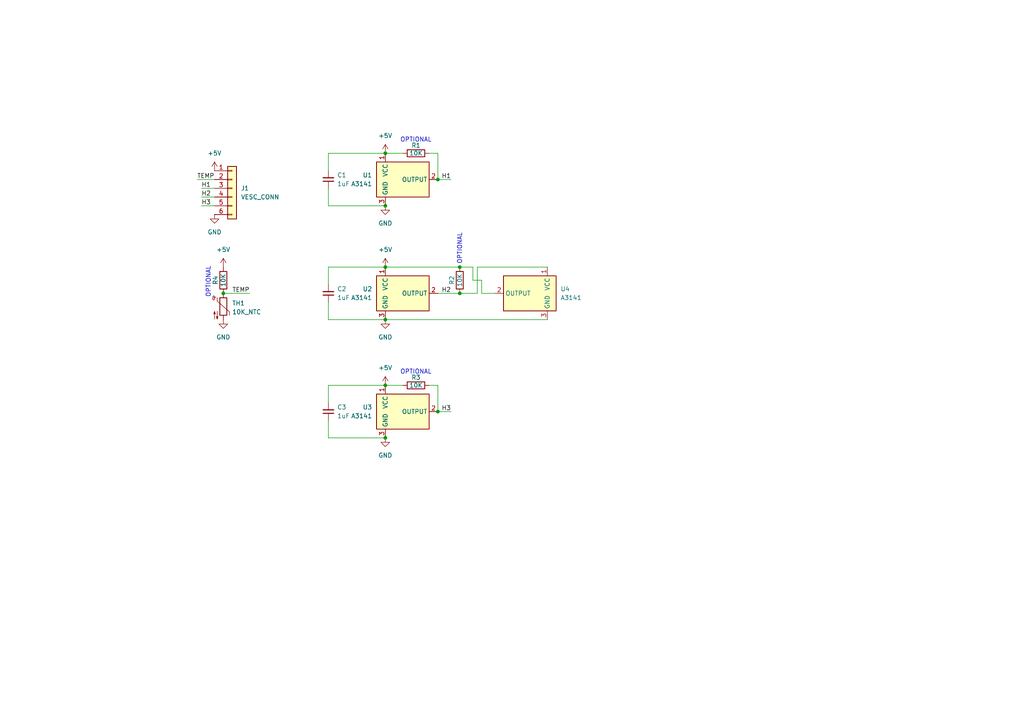
<source format=kicad_sch>
(kicad_sch (version 20231120) (generator "eeschema") (generator_version "8.0")
  (paper "A4")
  (lib_symbols
    (symbol "Connector_Generic:Conn_01x06" (pin_names (offset 1.016) hide)
      (property "Reference" "J" (at 0 7.62 0))
      (property "Value" "Conn_01x06" (at 0 -10.16 0))
      (symbol "Conn_01x06_1_1"
        (rectangle (start -1.27 -7.493) (end 0 -7.747) (stroke (width 0.1524)))
        (rectangle (start -1.27 -4.953) (end 0 -5.207) (stroke (width 0.1524)))
        (rectangle (start -1.27 -2.413) (end 0 -2.667) (stroke (width 0.1524)))
        (rectangle (start -1.27 0.127) (end 0 -0.127) (stroke (width 0.1524)))
        (rectangle (start -1.27 2.667) (end 0 2.413) (stroke (width 0.1524)))
        (rectangle (start -1.27 5.207) (end 0 4.953) (stroke (width 0.1524)))
        (rectangle (start -1.27 6.35) (end 1.27 -8.89) (stroke (width 0.254)) (fill (type background)))
        (pin passive line (at -5.08 5.08 0) (length 3.81) (name "Pin_1") (number "1"))
        (pin passive line (at -5.08 2.54 0) (length 3.81) (name "Pin_2") (number "2"))
        (pin passive line (at -5.08 0 0) (length 3.81) (name "Pin_3") (number "3"))
        (pin passive line (at -5.08 -2.54 0) (length 3.81) (name "Pin_4") (number "4"))
        (pin passive line (at -5.08 -5.08 0) (length 3.81) (name "Pin_5") (number "5"))
        (pin passive line (at -5.08 -7.62 0) (length 3.81) (name "Pin_6") (number "6"))
      )
    )
    (symbol "Device:C_Small" (pin_numbers hide) (pin_names (offset 0.254) hide)
      (property "Reference" "C" (at 0.254 1.778 0))
      (property "Value" "C_Small" (at 0.254 -2.032 0))
      (symbol "C_Small_0_1"
        (polyline (pts (xy -1.524 -0.508) (xy 1.524 -0.508)) (stroke (width 0.3302)))
        (polyline (pts (xy -1.524 0.508) (xy 1.524 0.508)) (stroke (width 0.3048)))
      )
      (symbol "C_Small_1_1"
        (pin passive line (at 0 2.54 270) (length 2.032) (name "~") (number "1"))
        (pin passive line (at 0 -2.54 90) (length 2.032) (name "~") (number "2"))
      )
    )
    (symbol "Device:R" (pin_numbers hide) (pin_names (offset 0))
      (property "Reference" "R" (at 2.032 0 90))
      (property "Value" "R" (at 0 0 90))
      (symbol "R_0_1"
        (rectangle (start -1.016 -2.54) (end 1.016 2.54) (stroke (width 0.254)))
      )
      (symbol "R_1_1"
        (pin passive line (at 0 3.81 270) (length 1.27) (name "~") (number "1"))
        (pin passive line (at 0 -3.81 90) (length 1.27) (name "~") (number "2"))
      )
    )
    (symbol "Device:Thermistor_NTC" (pin_numbers hide) (pin_names (offset 0))
      (property "Reference" "TH" (at -4.445 0 90))
      (property "Value" "Thermistor_NTC" (at 3.175 0 90))
      (symbol "Thermistor_NTC_0_1"
        (arc (start -3.048 2.159) (mid -3.0495 2.3143) (end -3.175 2.413))
        (arc (start -3.048 2.159) (mid -2.9736 1.9794) (end -2.794 1.905))
        (arc (start -3.048 2.794) (mid -2.9736 2.6144) (end -2.794 2.54))
        (arc (start -2.794 1.905) (mid -2.6144 1.9794) (end -2.54 2.159))
        (arc (start -2.794 2.54) (mid -2.4393 2.5587) (end -2.159 2.794))
        (arc (start -2.794 3.048) (mid -2.9736 2.9736) (end -3.048 2.794))
        (arc (start -2.54 2.794) (mid -2.6144 2.9736) (end -2.794 3.048))
        (rectangle (start -1.016 2.54) (end 1.016 -2.54) (stroke (width 0.254)))
        (polyline (pts (xy -2.54 2.159) (xy -2.54 2.794)))
        (polyline (pts (xy -1.778 2.54) (xy -1.778 1.524) (xy 1.778 -1.524) (xy 1.778 -2.54)))
        (polyline (pts (xy -2.54 -3.683) (xy -2.54 -1.397) (xy -2.794 -2.159) (xy -2.286 -2.159) (xy -2.54 -1.397) (xy -2.54 -1.651)) (fill (type outline)))
        (polyline (pts (xy -1.778 -1.397) (xy -1.778 -3.683) (xy -2.032 -2.921) (xy -1.524 -2.921) (xy -1.778 -3.683) (xy -1.778 -3.429)) (fill (type outline)))
      )
      (symbol "Thermistor_NTC_1_1"
        (pin passive line (at 0 3.81 270) (length 1.27) (name "~") (number "1"))
        (pin passive line (at 0 -3.81 90) (length 1.27) (name "~") (number "2"))
      )
    )
    (symbol "Sensor_Magnetic:SM351LT"
      (property "Reference" "U" (at 5.08 8.89 0))
      (property "Value" "SM351LT" (at 2.54 6.35 0))
      (symbol "SM351LT_0_1"
        (rectangle (start 7.62 5.08) (end -7.62 -5.08) (stroke (width 0.254)) (fill (type background)))
      )
      (symbol "SM351LT_1_1"
        (pin power_in line (at -5.08 7.62 270) (length 2.54) (name "VCC") (number "1"))
        (pin output line (at 10.16 0 180) (length 2.54) (name "OUTPUT") (number "2"))
        (pin power_in line (at -5.08 -7.62 90) (length 2.54) (name "GND") (number "3"))
      )
    )
    (symbol "power:+5V" (power) (pin_numbers hide) (pin_names (offset 0) hide)
      (property "Value" "+5V" (at 0 3.556 0))
      (symbol "+5V_0_1"
        (polyline (pts (xy -0.762 1.27) (xy 0 2.54)))
        (polyline (pts (xy 0 0) (xy 0 2.54)))
        (polyline (pts (xy 0 2.54) (xy 0.762 1.27)))
      )
      (symbol "+5V_1_1"
        (pin power_in line (at 0 0 90) (length 0) (name "~") (number "1"))
      )
    )
    (symbol "power:GND" (power) (pin_numbers hide) (pin_names (offset 0) hide)
      (property "Value" "GND" (at 0 -3.81 0))
      (symbol "GND_0_1"
        (polyline (pts (xy 0 0) (xy 0 -1.27) (xy 1.27 -1.27) (xy 0 -2.54) (xy -1.27 -1.27) (xy 0 -1.27)))
      )
      (symbol "GND_1_1"
        (pin power_in line (at 0 0 270) (length 0) (name "~") (number "1"))
      )
    )
  )
  (junction (at 127 119.38))
  (junction (at 133.35 77.47))
  (junction (at 127 52.07))
  (junction (at 133.35 85.09))
  (junction (at 111.76 92.71))
  (junction (at 111.76 111.76))
  (junction (at 111.76 127))
  (junction (at 111.76 59.69))
  (junction (at 111.76 77.47))
  (junction (at 111.76 44.45))
  (junction (at 64.77 85.09))
  (wire (pts (xy 137.16 77.47) (xy 137.16 81.28)))
  (wire (pts (xy 58.42 59.69) (xy 62.23 59.69)))
  (wire (pts (xy 58.42 57.15) (xy 62.23 57.15)))
  (wire (pts (xy 124.46 111.76) (xy 127 111.76)))
  (wire (pts (xy 95.25 77.47) (xy 95.25 82.55)))
  (wire (pts (xy 138.43 77.47) (xy 158.75 77.47)))
  (wire (pts (xy 58.42 54.61) (xy 62.23 54.61)))
  (wire (pts (xy 111.76 44.45) (xy 116.84 44.45)))
  (wire (pts (xy 127 111.76) (xy 127 119.38)))
  (wire (pts (xy 111.76 44.45) (xy 95.25 44.45)))
  (wire (pts (xy 111.76 92.71) (xy 158.75 92.71)))
  (wire (pts (xy 95.25 44.45) (xy 95.25 49.53)))
  (wire (pts (xy 137.16 81.28) (xy 139.7 81.28)))
  (wire (pts (xy 111.76 77.47) (xy 95.25 77.47)))
  (wire (pts (xy 95.25 127) (xy 111.76 127)))
  (wire (pts (xy 95.25 111.76) (xy 95.25 116.84)))
  (wire (pts (xy 95.25 87.63) (xy 95.25 92.71)))
  (wire (pts (xy 111.76 77.47) (xy 133.35 77.47)))
  (wire (pts (xy 111.76 111.76) (xy 116.84 111.76)))
  (wire (pts (xy 95.25 92.71) (xy 111.76 92.71)))
  (wire (pts (xy 57.15 52.07) (xy 62.23 52.07)))
  (wire (pts (xy 64.77 85.09) (xy 72.39 85.09)))
  (wire (pts (xy 111.76 111.76) (xy 95.25 111.76)))
  (wire (pts (xy 139.7 85.09) (xy 143.51 85.09)))
  (wire (pts (xy 127 119.38) (xy 130.81 119.38)))
  (wire (pts (xy 124.46 44.45) (xy 127 44.45)))
  (wire (pts (xy 95.25 121.92) (xy 95.25 127)))
  (wire (pts (xy 127 85.09) (xy 133.35 85.09)))
  (wire (pts (xy 138.43 85.09) (xy 138.43 77.47)))
  (wire (pts (xy 95.25 59.69) (xy 111.76 59.69)))
  (wire (pts (xy 139.7 81.28) (xy 139.7 85.09)))
  (wire (pts (xy 133.35 85.09) (xy 138.43 85.09)))
  (wire (pts (xy 127 44.45) (xy 127 52.07)))
  (wire (pts (xy 95.25 54.61) (xy 95.25 59.69)))
  (wire (pts (xy 127 52.07) (xy 130.81 52.07)))
  (wire (pts (xy 133.35 77.47) (xy 137.16 77.47)))
  (text "OPTIONAL" (at 60.452 81.788 90) (effects (font (size 1.27 1.27))))
  (text "OPTIONAL" (at 120.65 107.95 0) (effects (font (size 1.27 1.27))))
  (text "OPTIONAL" (at 120.65 40.64 0) (effects (font (size 1.27 1.27))))
  (text "OPTIONAL" (at 133.35 72.136 90) (effects (font (size 1.27 1.27))))
  (label "H3" (at 58.42 59.69 0))
  (label "H1" (at 130.81 52.07 180))
  (label "H2" (at 130.81 85.09 180))
  (label "TEMP" (at 57.15 52.07 0))
  (label "TEMP" (at 72.39 85.09 180))
  (label "H1" (at 58.42 54.61 0))
  (label "H2" (at 58.42 57.15 0))
  (label "H3" (at 130.81 119.38 180))
  (symbol (lib_id "Device:C_Small") (at 95.25 119.38 180) (unit 1)
    (property "Reference" "C3" (at 97.79 118.1035 0) (effects (justify right)))
    (property "Value" "1uF" (at 97.79 120.6435 0) (effects (justify right)))
    (property "Footprint" "Capacitor_SMD:C_0603_1608Metric" (effects (hide yes)))
    (property "Description" "Unpolarized capacitor, small symbol" (effects (hide yes)))
  )
  (symbol (lib_id "power:GND") (at 64.77 92.71 0) (unit 1)
    (property "Reference" "#PWR09" (effects (hide yes)))
    (property "Value" "GND" (at 64.77 97.79 0))
    (property "Description" "Power symbol creates a global label with name \"GND\" , ground" (effects (hide yes)))
  )
  (symbol (lib_id "power:GND") (at 111.76 127 0) (unit 1)
    (property "Reference" "#PWR08" (effects (hide yes)))
    (property "Value" "GND" (at 111.76 132.08 0))
    (property "Description" "Power symbol creates a global label with name \"GND\" , ground" (effects (hide yes)))
  )
  (symbol (lib_id "Device:R") (at 64.77 81.28 180) (unit 1)
    (property "Reference" "R4" (at 62.484 81.28 90))
    (property "Value" "10K" (at 64.77 81.28 90))
    (property "Footprint" "Resistor_SMD:R_0603_1608Metric" (effects (hide yes)))
    (property "Description" "Resistor" (effects (hide yes)))
  )
  (symbol (lib_id "Device:C_Small") (at 95.25 85.09 180) (unit 1)
    (property "Reference" "C2" (at 97.79 83.8135 0) (effects (justify right)))
    (property "Value" "1uF" (at 97.79 86.3535 0) (effects (justify right)))
    (property "Footprint" "Capacitor_SMD:C_0603_1608Metric" (effects (hide yes)))
    (property "Description" "Unpolarized capacitor, small symbol" (effects (hide yes)))
  )
  (symbol (lib_id "power:GND") (at 111.76 92.71 0) (unit 1)
    (property "Reference" "#PWR06" (effects (hide yes)))
    (property "Value" "GND" (at 111.76 97.79 0))
    (property "Description" "Power symbol creates a global label with name \"GND\" , ground" (effects (hide yes)))
  )
  (symbol (lib_id "Sensor_Magnetic:SM351LT") (at 153.67 85.09 0) (mirror y) (unit 1)
    (property "Reference" "U4" (at 162.56 83.8199 0) (effects (justify right)))
    (property "Value" "A3141" (at 162.56 86.3599 0) (effects (justify right)))
    (property "Footprint" "Package_TO_SOT_SMD:SOT-23" (effects (hide yes)))
    (property "Datasheet" "https://sensing.honeywell.com/honeywell-sensing-nanopower-series-product-sheet-50095501-a-en.pdf" (effects (hide yes)))
    (property "Description" "Hall Effect Switch, SOT-23" (effects (hide yes)))
  )
  (symbol (lib_id "Device:R") (at 120.65 111.76 90) (unit 1)
    (property "Reference" "R3" (at 120.65 109.474 90))
    (property "Value" "10K" (at 120.65 111.76 90))
    (property "Footprint" "Resistor_SMD:R_0603_1608Metric" (effects (hide yes)))
    (property "Description" "Resistor" (effects (hide yes)))
  )
  (symbol (lib_id "Sensor_Magnetic:SM351LT") (at 116.84 119.38 0) (unit 1)
    (property "Reference" "U3" (at 107.95 118.1099 0) (effects (justify right)))
    (property "Value" "A3141" (at 107.95 120.6499 0) (effects (justify right)))
    (property "Footprint" "Package_TO_SOT_SMD:SOT-23" (effects (hide yes)))
    (property "Datasheet" "https://sensing.honeywell.com/honeywell-sensing-nanopower-series-product-sheet-50095501-a-en.pdf" (effects (hide yes)))
    (property "Description" "Hall Effect Switch, SOT-23" (effects (hide yes)))
  )
  (symbol (lib_id "Device:R") (at 120.65 44.45 90) (unit 1)
    (property "Reference" "R1" (at 120.65 42.164 90))
    (property "Value" "10K" (at 120.65 44.45 90))
    (property "Footprint" "Resistor_SMD:R_0603_1608Metric" (effects (hide yes)))
    (property "Description" "Resistor" (effects (hide yes)))
  )
  (symbol (lib_id "Device:Thermistor_NTC") (at 64.77 88.9 0) (unit 1)
    (property "Reference" "TH1" (at 67.31 87.9474 0) (effects (justify left)))
    (property "Value" "10K_NTC" (at 67.31 90.4874 0) (effects (justify left)))
    (property "Footprint" "Resistor_SMD:R_0603_1608Metric" (effects (hide yes)))
    (property "Description" "Temperature dependent resistor, negative temperature coefficient" (effects (hide yes)))
  )
  (symbol (lib_id "Connector_Generic:Conn_01x06") (at 67.31 54.61 0) (unit 1)
    (property "Reference" "J1" (at 69.85 54.6099 0) (effects (justify left)))
    (property "Value" "VESC_CONN" (at 69.85 57.1499 0) (effects (justify left)))
    (property "Footprint" "Connector_PinHeader_2.54mm:PinHeader_1x06_P2.54mm_Vertical" (effects (hide yes)))
    (property "Description" "Generic connector, single row, 01x06, script generated (kicad-library-utils/schlib/autogen/connector/)" (effects (hide yes)))
  )
  (symbol (lib_id "Device:C_Small") (at 95.25 52.07 180) (unit 1)
    (property "Reference" "C1" (at 97.79 50.7935 0) (effects (justify right)))
    (property "Value" "1uF" (at 97.79 53.3335 0) (effects (justify right)))
    (property "Footprint" "Capacitor_SMD:C_0603_1608Metric" (effects (hide yes)))
    (property "Description" "Unpolarized capacitor, small symbol" (effects (hide yes)))
  )
  (symbol (lib_id "power:+5V") (at 111.76 111.76 0) (unit 1)
    (property "Reference" "#PWR07" (effects (hide yes)))
    (property "Value" "+5V" (at 111.76 106.68 0))
    (property "Description" "Power symbol creates a global label with name \"+5V\"" (effects (hide yes)))
  )
  (symbol (lib_id "power:+5V") (at 62.23 49.53 0) (unit 1)
    (property "Reference" "#PWR02" (effects (hide yes)))
    (property "Value" "+5V" (at 62.23 44.45 0))
    (property "Description" "Power symbol creates a global label with name \"+5V\"" (effects (hide yes)))
  )
  (symbol (lib_id "power:GND") (at 62.23 62.23 0) (unit 1)
    (property "Reference" "#PWR01" (effects (hide yes)))
    (property "Value" "GND" (at 62.23 67.31 0))
    (property "Description" "Power symbol creates a global label with name \"GND\" , ground" (effects (hide yes)))
  )
  (symbol (lib_id "Device:R") (at 133.35 81.28 180) (unit 1)
    (property "Reference" "R2" (at 131.064 81.28 90))
    (property "Value" "10K" (at 133.35 81.28 90))
    (property "Footprint" "Resistor_SMD:R_0603_1608Metric" (effects (hide yes)))
    (property "Description" "Resistor" (effects (hide yes)))
  )
  (symbol (lib_id "power:GND") (at 111.76 59.69 0) (unit 1)
    (property "Reference" "#PWR03" (effects (hide yes)))
    (property "Value" "GND" (at 111.76 64.77 0))
    (property "Description" "Power symbol creates a global label with name \"GND\" , ground" (effects (hide yes)))
  )
  (symbol (lib_id "power:+5V") (at 111.76 77.47 0) (unit 1)
    (property "Reference" "#PWR05" (effects (hide yes)))
    (property "Value" "+5V" (at 111.76 72.39 0))
    (property "Description" "Power symbol creates a global label with name \"+5V\"" (effects (hide yes)))
  )
  (symbol (lib_id "Sensor_Magnetic:SM351LT") (at 116.84 52.07 0) (unit 1)
    (property "Reference" "U1" (at 107.95 50.7999 0) (effects (justify right)))
    (property "Value" "A3141" (at 107.95 53.3399 0) (effects (justify right)))
    (property "Footprint" "Package_TO_SOT_SMD:SOT-23" (effects (hide yes)))
    (property "Datasheet" "https://sensing.honeywell.com/honeywell-sensing-nanopower-series-product-sheet-50095501-a-en.pdf" (effects (hide yes)))
    (property "Description" "Hall Effect Switch, SOT-23" (effects (hide yes)))
  )
  (symbol (lib_id "power:+5V") (at 64.77 77.47 0) (unit 1)
    (property "Reference" "#PWR010" (effects (hide yes)))
    (property "Value" "+5V" (at 64.77 72.39 0))
    (property "Description" "Power symbol creates a global label with name \"+5V\"" (effects (hide yes)))
  )
  (symbol (lib_id "Sensor_Magnetic:SM351LT") (at 116.84 85.09 0) (unit 1)
    (property "Reference" "U2" (at 107.95 83.8199 0) (effects (justify right)))
    (property "Value" "A3141" (at 107.95 86.3599 0) (effects (justify right)))
    (property "Footprint" "Package_TO_SOT_SMD:SOT-23" (effects (hide yes)))
    (property "Datasheet" "https://sensing.honeywell.com/honeywell-sensing-nanopower-series-product-sheet-50095501-a-en.pdf" (effects (hide yes)))
    (property "Description" "Hall Effect Switch, SOT-23" (effects (hide yes)))
  )
  (symbol (lib_id "power:+5V") (at 111.76 44.45 0) (unit 1)
    (property "Reference" "#PWR04" (effects (hide yes)))
    (property "Value" "+5V" (at 111.76 39.37 0))
    (property "Description" "Power symbol creates a global label with name \"+5V\"" (effects (hide yes)))
  )
)
</source>
